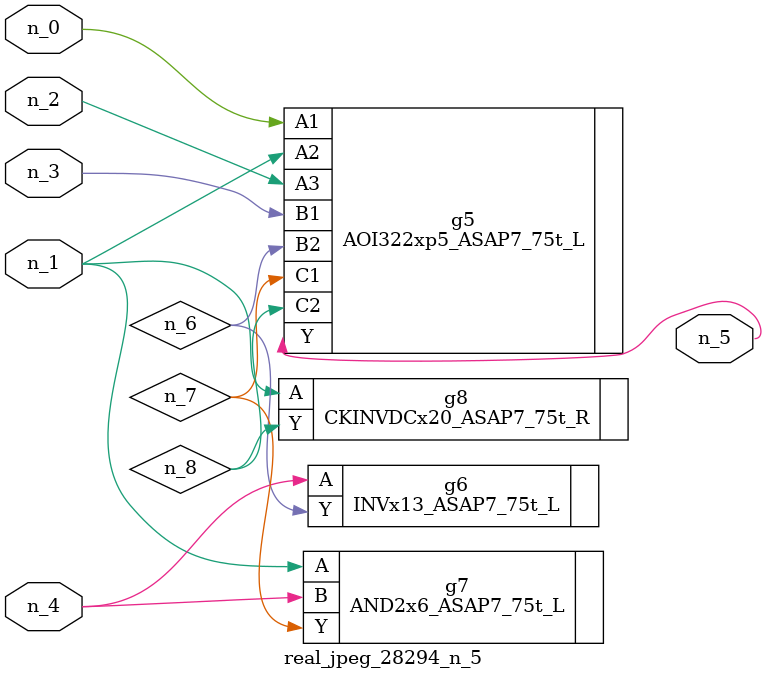
<source format=v>
module real_jpeg_28294_n_5 (n_4, n_0, n_1, n_2, n_3, n_5);

input n_4;
input n_0;
input n_1;
input n_2;
input n_3;

output n_5;

wire n_8;
wire n_6;
wire n_7;

AOI322xp5_ASAP7_75t_L g5 ( 
.A1(n_0),
.A2(n_1),
.A3(n_2),
.B1(n_3),
.B2(n_6),
.C1(n_7),
.C2(n_8),
.Y(n_5)
);

AND2x6_ASAP7_75t_L g7 ( 
.A(n_1),
.B(n_4),
.Y(n_7)
);

CKINVDCx20_ASAP7_75t_R g8 ( 
.A(n_1),
.Y(n_8)
);

INVx13_ASAP7_75t_L g6 ( 
.A(n_4),
.Y(n_6)
);


endmodule
</source>
